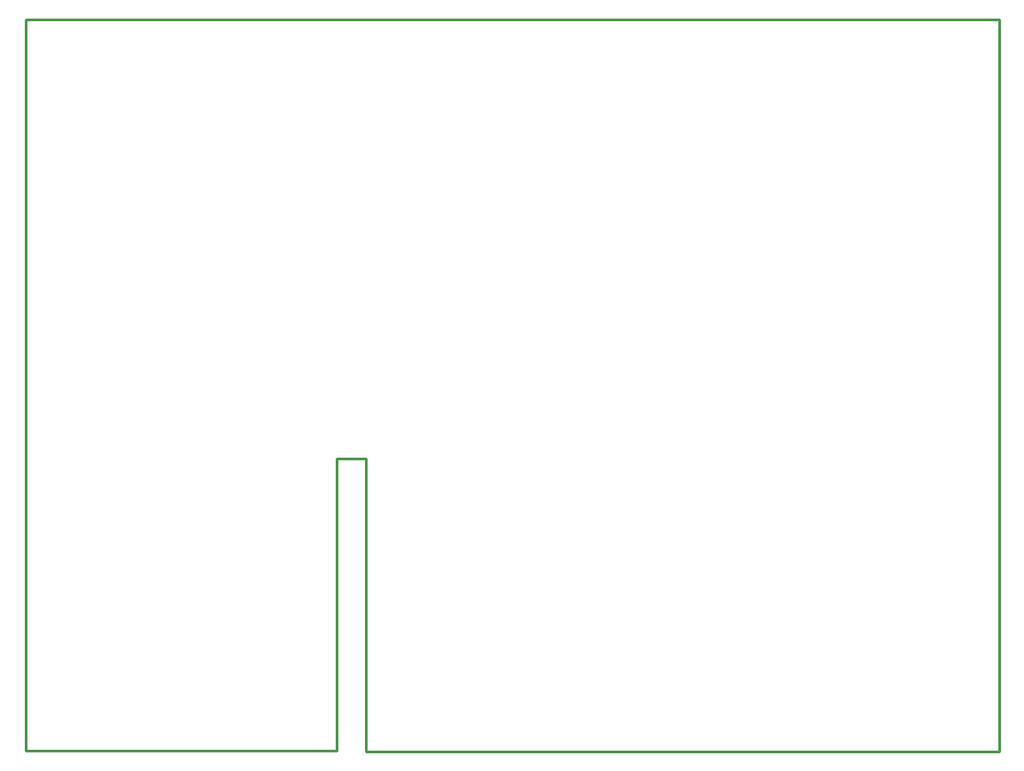
<source format=gko>
G04 Layer_Color=16711935*
%FSLAX23Y23*%
%MOIN*%
G70*
G01*
G75*
%ADD26C,0.010*%
D26*
X-551Y-1379D02*
Y-276D01*
Y-1379D02*
X1831D01*
X-1831Y-1378D02*
X-660D01*
Y-276D02*
X-551D01*
X-660Y-1378D02*
Y-276D01*
X-1831Y1378D02*
X1831D01*
X-1831Y-1378D02*
Y1378D01*
X1831Y-1379D02*
Y1378D01*
M02*

</source>
